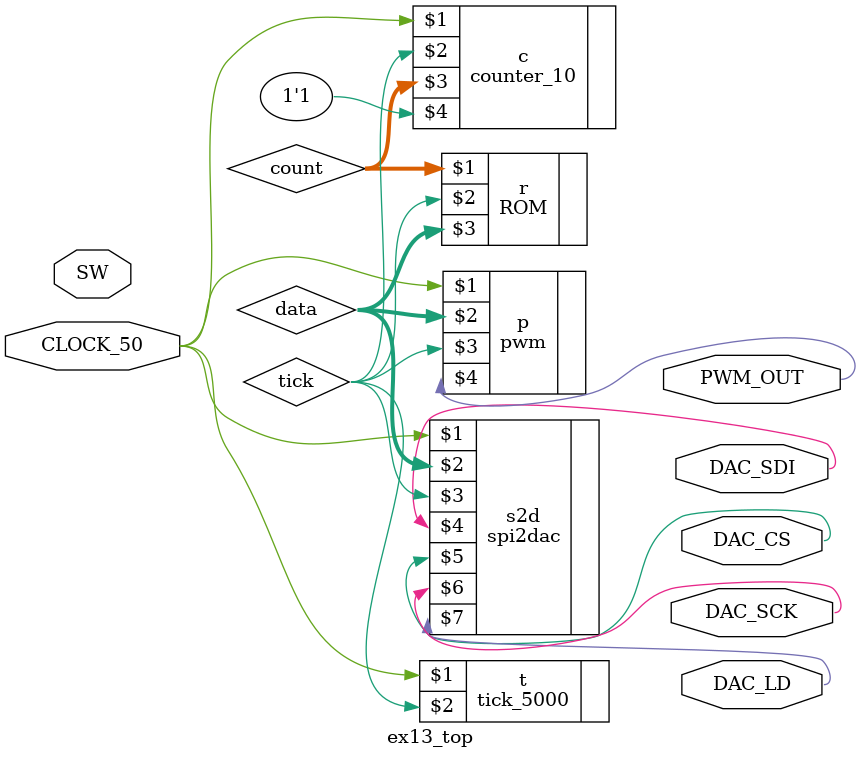
<source format=v>
module ex13_top(SW, CLOCK_50, DAC_CS, DAC_SDI, DAC_LD, DAC_SCK, PWM_OUT);
	input [9:0] SW;
	input CLOCK_50;
	output DAC_CS;
	output DAC_SDI;
	output DAC_LD;
	output DAC_SCK;
	output PWM_OUT;
	
	wire tick;
	tick_5000 t(CLOCK_50, tick);

	wire [9:0] count;
	counter_10 c (CLOCK_50, tick, count,1'b1);
	wire [9:0] data;
	ROM r (count, tick, data);
	
	pwm p(CLOCK_50, data, tick, PWM_OUT);
	spi2dac s2d (CLOCK_50, data, tick, DAC_SDI, DAC_CS, DAC_SCK, DAC_LD);

endmodule
</source>
